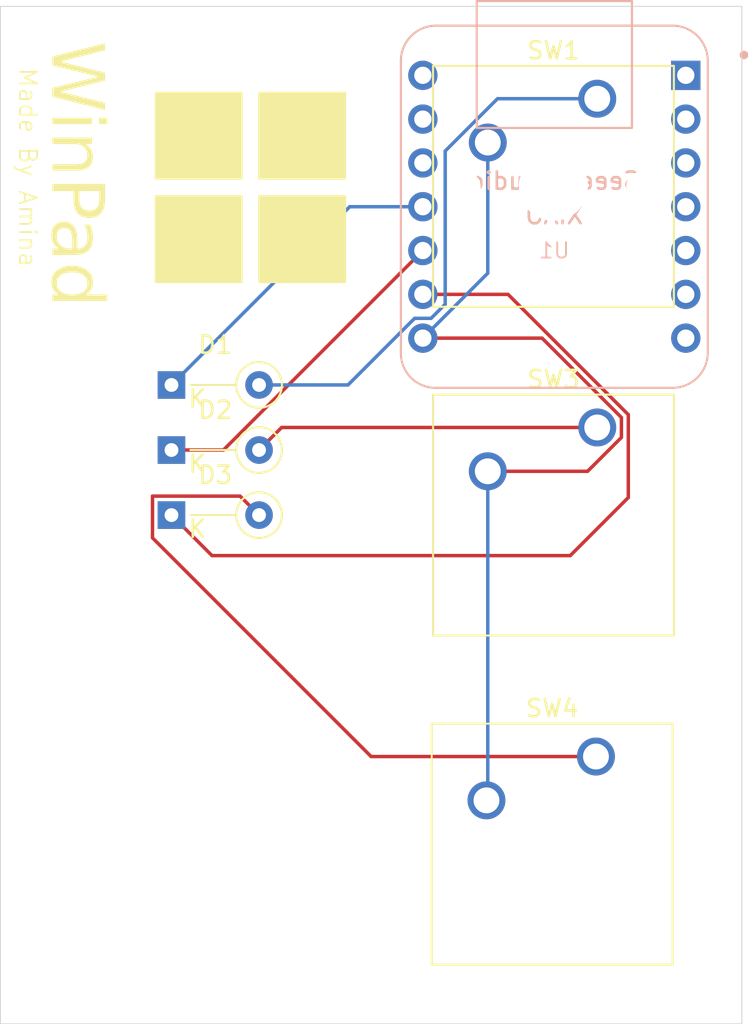
<source format=kicad_pcb>
(kicad_pcb (version 20240108) (generator "pcbnew") (generator_version "8.0")
  (layers (0 "F.Cu" signal) (31 "B.Cu" signal) (34 "B.Paste" user) (35 "F.Paste" user) (36 "B.SilkS" user "B.Silkscreen") (37 "F.SilkS" user "F.Silkscreen") (38 "B.Mask" user) (39 "F.Mask" user) (44 "Edge.Cuts" user))
  (net 0 "")
  (net 1 "Net-(D1-A)")
  (net 2 "GND")
  (net 3 "Net-(U1-PB09_A7_D7_RX)")
  (net 4 "Net-(D2-A)")
  (net 7 "Net-(D3-A)")
  (net 15 "Net-(D2-K)")
  (net 16 "Net-(D1-K)")
  (net 17 "Net-(D3-K)")
  (footprint "Button_Switch_Keyboard:SW_Cherry_MX_1.00u_PCB" (layer "F.Cu") (at 77.04 83)
    (property "Reference" "SW4" (at -2.54 -2.794 0) (layer "F.SilkS"))
    (property "Value" "SW_Push")
    (fp_line (start -9.525 -1.905) (end 4.445 -1.905) (stroke (width 0.12)) (layer "F.SilkS"))
    (fp_line (start -9.525 12.065) (end -9.525 -1.905) (stroke (width 0.12)) (layer "F.SilkS"))
    (fp_line (start 4.445 -1.905) (end 4.445 12.065) (stroke (width 0.12)) (layer "F.SilkS"))
    (fp_line (start 4.445 12.065) (end -9.525 12.065) (stroke (width 0.12)) (layer "F.SilkS"))
    (pad "" np_thru_hole circle (at -7.62 5.08) (size 1.7 1.7) (drill 1.7) (layers "*.Cu" "*.Mask"))
    (pad "" np_thru_hole circle (at -2.54 5.08) (size 4 4) (drill 4) (layers "*.Cu" "*.Mask"))
    (pad "" np_thru_hole circle (at 2.54 5.08) (size 1.7 1.7) (drill 1.7) (layers "*.Cu" "*.Mask"))
    (pad "1" thru_hole circle (at 0 0) (size 2.2 2.2) (drill 1.5) (layers "*.Cu" "*.Mask") (net 7 "Net-(D3-A)"))
    (pad "2" thru_hole circle (at -6.35 2.54) (size 2.2 2.2) (drill 1.5) (layers "*.Cu" "*.Mask") (net 3 "Net-(U1-PB09_A7_D7_RX)"))
  )
  (footprint "Diode_THT:D_DO-35_SOD27_P5.08mm_Vertical_KathodeUp" (layer "F.Cu") (at 52.42 65.227258)
    (property "Reference" "D2" (at 2.54 -2.326371 0) (layer "F.SilkS"))
    (property "Value" "D")
    (fp_line (start 3.753629 0) (end 1.1 0) (stroke (width 0.12)) (layer "F.SilkS"))
    (fp_circle (center 5.08 0) (end 6.406371 0) (stroke (width 0.12)) (fill none) (layer "F.SilkS"))
    (fp_text user "K" (at 1.5 0.8 0) (layer "F.SilkS"))
    (pad "1" thru_hole rect (at 0 0) (size 1.6 1.6) (drill 0.8) (layers "*.Cu" "*.Mask") (net 15 "Net-(D2-K)"))
    (pad "2" thru_hole oval (at 5.08 0) (size 1.6 1.6) (drill 0.8) (layers "*.Cu" "*.Mask") (net 4 "Net-(D2-A)"))
  )
  (footprint "Button_Switch_Keyboard:SW_Cherry_MX_1.00u_PCB" (layer "F.Cu") (at 77.116 44.85747)
    (property "Reference" "SW1" (at -2.54 -2.794 0) (layer "F.SilkS"))
    (property "Value" "SW_Push")
    (fp_line (start -9.525 -1.905) (end 4.445 -1.905) (stroke (width 0.12)) (layer "F.SilkS"))
    (fp_line (start -9.525 12.065) (end -9.525 -1.905) (stroke (width 0.12)) (layer "F.SilkS"))
    (fp_line (start 4.445 -1.905) (end 4.445 12.065) (stroke (width 0.12)) (layer "F.SilkS"))
    (fp_line (start 4.445 12.065) (end -9.525 12.065) (stroke (width 0.12)) (layer "F.SilkS"))
    (pad "" np_thru_hole circle (at -7.62 5.08) (size 1.7 1.7) (drill 1.7) (layers "*.Cu" "*.Mask"))
    (pad "" np_thru_hole circle (at -2.54 5.08) (size 4 4) (drill 4) (layers "*.Cu" "*.Mask"))
    (pad "" np_thru_hole circle (at 2.54 5.08) (size 1.7 1.7) (drill 1.7) (layers "*.Cu" "*.Mask"))
    (pad "1" thru_hole circle (at 0 0) (size 2.2 2.2) (drill 1.5) (layers "*.Cu" "*.Mask") (net 1 "Net-(D1-A)"))
    (pad "2" thru_hole circle (at -6.35 2.54) (size 2.2 2.2) (drill 1.5) (layers "*.Cu" "*.Mask") (net 3 "Net-(U1-PB09_A7_D7_RX)"))
  )
  (footprint "Diode_THT:D_DO-35_SOD27_P5.08mm_Vertical_KathodeUp" (layer "F.Cu") (at 52.42 69)
    (property "Reference" "D3" (at 2.54 -2.326371 0) (layer "F.SilkS"))
    (property "Value" "D")
    (fp_line (start 3.753629 0) (end 1.1 0) (stroke (width 0.12)) (layer "F.SilkS"))
    (fp_circle (center 5.08 0) (end 6.406371 0) (stroke (width 0.12)) (fill none) (layer "F.SilkS"))
    (fp_text user "K" (at 1.5 0.8 0) (layer "F.SilkS"))
    (pad "1" thru_hole rect (at 0 0) (size 1.6 1.6) (drill 0.8) (layers "*.Cu" "*.Mask") (net 17 "Net-(D3-K)"))
    (pad "2" thru_hole oval (at 5.08 0) (size 1.6 1.6) (drill 0.8) (layers "*.Cu" "*.Mask") (net 7 "Net-(D3-A)"))
  )
  (footprint "Diode_THT:D_DO-35_SOD27_P5.08mm_Vertical_KathodeUp" (layer "F.Cu") (at 52.42 61.454516)
    (property "Reference" "D1" (at 2.54 -2.326371 0) (layer "F.SilkS"))
    (property "Value" "D")
    (fp_line (start 3.753629 0) (end 1.1 0) (stroke (width 0.12)) (layer "F.SilkS"))
    (fp_circle (center 5.08 0) (end 6.406371 0) (stroke (width 0.12)) (fill none) (layer "F.SilkS"))
    (fp_text user "K" (at 1.5 0.8 0) (layer "F.SilkS"))
    (pad "1" thru_hole rect (at 0 0) (size 1.6 1.6) (drill 0.8) (layers "*.Cu" "*.Mask") (net 16 "Net-(D1-K)"))
    (pad "2" thru_hole oval (at 5.08 0) (size 1.6 1.6) (drill 0.8) (layers "*.Cu" "*.Mask") (net 1 "Net-(D1-A)"))
  )
  (footprint "Button_Switch_Keyboard:SW_Cherry_MX_1.00u_PCB" (layer "F.Cu") (at 77.116 63.92)
    (property "Reference" "SW3" (at -2.54 -2.794 0) (layer "F.SilkS"))
    (property "Value" "SW_Push")
    (fp_line (start -9.525 -1.905) (end 4.445 -1.905) (stroke (width 0.12)) (layer "F.SilkS"))
    (fp_line (start -9.525 12.065) (end -9.525 -1.905) (stroke (width 0.12)) (layer "F.SilkS"))
    (fp_line (start 4.445 -1.905) (end 4.445 12.065) (stroke (width 0.12)) (layer "F.SilkS"))
    (fp_line (start 4.445 12.065) (end -9.525 12.065) (stroke (width 0.12)) (layer "F.SilkS"))
    (pad "" np_thru_hole circle (at -7.62 5.08) (size 1.7 1.7) (drill 1.7) (layers "*.Cu" "*.Mask"))
    (pad "" np_thru_hole circle (at -2.54 5.08) (size 4 4) (drill 4) (layers "*.Cu" "*.Mask"))
    (pad "" np_thru_hole circle (at 2.54 5.08) (size 1.7 1.7) (drill 1.7) (layers "*.Cu" "*.Mask"))
    (pad "1" thru_hole circle (at 0 0) (size 2.2 2.2) (drill 1.5) (layers "*.Cu" "*.Mask") (net 4 "Net-(D2-A)"))
    (pad "2" thru_hole circle (at -6.35 2.54) (size 2.2 2.2) (drill 1.5) (layers "*.Cu" "*.Mask") (net 3 "Net-(U1-PB09_A7_D7_RX)"))
  )
  (footprint "Seeed Studio XIAO Series Library:XIAO-Generic-Thruhole-14P-2.54-21X17.8MM" (layer "B.Cu") (at 74.625 51.12 180)
    (property "Reference" "U1" (at 0 -2.54 0) (layer "B.SilkS") (effects (font (size 0.889 0.889) (thickness 0.1016)) (justify mirror)))
    (property "Value" "Seeed Studio XIAO SAMD21" (hide yes))
    (fp_line (start 8.9 8.5) (end 8.9 -8.5) (stroke (width 0.127)) (layer "B.SilkS"))
    (fp_line (start 6.9 -10.5) (end -6.9 -10.5) (stroke (width 0.127)) (layer "B.SilkS"))
    (fp_line (start 4.5 11.92403) (end -4.5 11.92403) (stroke (width 0.127)) (layer "B.SilkS"))
    (fp_line (start 4.5 4.57073) (end 4.5 11.92403) (stroke (width 0.127)) (layer "B.SilkS"))
    (fp_line (start -4.5 11.92403) (end -4.5 4.57073) (stroke (width 0.127)) (layer "B.SilkS"))
    (fp_line (start -4.5 4.57073) (end 4.5 4.57073) (stroke (width 0.127)) (layer "B.SilkS"))
    (fp_line (start -6.9 10.49909) (end 6.9 10.49909) (stroke (width 0.127)) (layer "B.SilkS"))
    (fp_line (start -8.9 -8.5) (end -8.9 8.5) (stroke (width 0.127)) (layer "B.SilkS"))
    (fp_arc (start 8.9 8.5) (mid 8.301492 9.901492) (end 6.9 10.5) (stroke (width 0.12)) (layer "B.SilkS"))
    (fp_arc (start 6.9 -10.5) (mid 8.314214 -9.914214) (end 8.9 -8.5) (stroke (width 0.12)) (layer "B.SilkS"))
    (fp_arc (start -6.9 10.5) (mid -8.301491 9.901491) (end -8.9 8.5) (stroke (width 0.12)) (layer "B.SilkS"))
    (fp_arc (start -8.9 -8.5) (mid -8.301423 -9.901423) (end -6.9 -10.5) (stroke (width 0.12)) (layer "B.SilkS"))
    (fp_circle (center -11 8.8) (end -11 9.054) (fill solid) (layer "B.SilkS"))
    (fp_poly (pts (xy -8.887715 8.561705) (xy -8.884667 8.610473) (xy -8.880603 8.659494)) (stroke (width 0.0254)) (fill none) (layer "B.SilkS"))
    (fp_poly (pts (xy 8.889492 -8.521574) (xy 8.887713 -8.57085) (xy 8.884665 -8.619618) (xy 8.880601 -8.668639) (xy 8.875268 -8.717407) (xy 8.868664 -8.766175) (xy 8.861044 -8.81469) (xy 8.852153 -8.86295) (xy 8.842248 -8.910955)) (stroke (width 0.0254)) (fill none) (layer "B.SilkS"))
    (fp_text user "XIAO" (at 0 -0.5 0) (layer "B.SilkS") (effects (justify mirror)))
    (fp_text user "Seeed Studio" (at 0 1.5 0) (layer "B.SilkS") (effects (justify mirror)))
    (pad "1" thru_hole rect (at -7.625 7.62 180) (size 1.7 1.7) (drill 1) (layers "*.Cu" "*.Mask"))
    (pad "2" thru_hole circle (at -7.625 5.08 180) (size 1.7 1.7) (drill 1) (layers "*.Cu" "*.Mask"))
    (pad "3" thru_hole circle (at -7.625 2.54 180) (size 1.7 1.7) (drill 1) (layers "*.Cu" "*.Mask"))
    (pad "4" thru_hole circle (at -7.625 0 180) (size 1.7 1.7) (drill 1) (layers "*.Cu" "*.Mask"))
    (pad "5" thru_hole circle (at -7.625 -2.54 180) (size 1.7 1.7) (drill 1) (layers "*.Cu" "*.Mask"))
    (pad "6" thru_hole circle (at -7.625 -5.08) (size 1.7 1.7) (drill 1) (layers "*.Cu" "*.Mask"))
    (pad "7" thru_hole circle (at -7.625 -7.62 180) (size 1.7 1.7) (drill 1) (layers "*.Cu" "*.Mask"))
    (pad "8" thru_hole circle (at 7.625 -7.62 180) (size 1.7 1.7) (drill 1) (layers "*.Cu" "*.Mask") (net 3 "Net-(U1-PB09_A7_D7_RX)"))
    (pad "9" thru_hole circle (at 7.625 -5.08 180) (size 1.7 1.7) (drill 1) (layers "*.Cu" "*.Mask") (net 17 "Net-(D3-K)"))
    (pad "10" thru_hole circle (at 7.625 -2.54 180) (size 1.7 1.7) (drill 1) (layers "*.Cu" "*.Mask") (net 15 "Net-(D2-K)"))
    (pad "11" thru_hole circle (at 7.625 0 180) (size 1.7 1.7) (drill 1) (layers "*.Cu" "*.Mask") (net 16 "Net-(D1-K)"))
    (pad "12" thru_hole circle (at 7.625 2.54 180) (size 1.7 1.7) (drill 1) (layers "*.Cu" "*.Mask"))
    (pad "13" thru_hole circle (at 7.625 5.08 180) (size 1.7 1.7) (drill 1) (layers "*.Cu" "*.Mask") (net 2 "GND"))
    (pad "14" thru_hole circle (at 7.625 7.62 180) (size 1.7 1.7) (drill 1) (layers "*.Cu" "*.Mask"))
  )
  (gr_rect (start 51.5 44.5) (end 56.5 49.5) (stroke (width 0.1)) (fill solid) (layer "F.SilkS"))
  (gr_rect (start 57.5 50.5) (end 62.5 55.5) (stroke (width 0.1)) (fill solid) (layer "F.SilkS"))
  (gr_rect (start 51.5 50.5) (end 56.5 55.5) (stroke (width 0.1)) (fill solid) (layer "F.SilkS"))
  (gr_rect (start 57.5 44.5) (end 62.5 49.5) (stroke (width 0.1)) (fill solid) (layer "F.SilkS"))
  (gr_rect (start 42.5 39.5) (end 85.5 98.5) (stroke (width 0.05)) (fill none) (layer "Edge.Cuts"))
  (gr_text "Made By Amina" (at 43.5 43 270) (layer "F.SilkS") (effects (font (size 1 1) (thickness 0.1)) (justify left bottom)))
  (gr_text "WinPad" (at 45 41.5 -90) (layer "F.SilkS") (effects (font (size 3 3) (thickness 0.1)) (justify left bottom)))
  (segment (start 71.326101 44.85747) (end 77.116 44.85747) (width 0.2) (layer "B.Cu") (net 1))
  (segment (start 67.476346 57.59) (end 68.296 56.770346) (width 0.2) (layer "B.Cu") (net 1))
  (segment (start 62.659138 61.454516) (end 66.523654 57.59) (width 0.2) (layer "B.Cu") (net 1))
  (segment (start 66.523654 57.59) (end 67.476346 57.59) (width 0.2) (layer "B.Cu") (net 1))
  (segment (start 68.296 56.770346) (end 68.296 47.887571) (width 0.2) (layer "B.Cu") (net 1))
  (segment (start 57.5 61.454516) (end 62.659138 61.454516) (width 0.2) (layer "B.Cu") (net 1))
  (segment (start 68.296 47.887571) (end 71.326101 44.85747) (width 0.2) (layer "B.Cu") (net 1))
  (segment (start 67 46.04) (end 67.54 46.04) (width 0.2) (layer "B.Cu") (net 2))
  (segment (start 78.516 63.340101) (end 78.516 64.499899) (width 0.2) (layer "F.Cu") (net 3))
  (segment (start 78.516 64.499899) (end 76.555899 66.46) (width 0.2) (layer "F.Cu") (net 3))
  (segment (start 73.915899 58.74) (end 78.516 63.340101) (width 0.2) (layer "F.Cu") (net 3))
  (segment (start 76.555899 66.46) (end 70.766 66.46) (width 0.2) (layer "F.Cu") (net 3))
  (segment (start 67 58.74) (end 73.915899 58.74) (width 0.2) (layer "F.Cu") (net 3))
  (segment (start 70.766 54.974) (end 67 58.74) (width 0.2) (layer "B.Cu") (net 3))
  (segment (start 70.766 47.39747) (end 70.766 54.974) (width 0.2) (layer "B.Cu") (net 3))
  (segment (start 70.69 85.54) (end 70.766 85.464) (width 0.2) (layer "B.Cu") (net 3))
  (segment (start 70.766 85.464) (end 70.766 66.46) (width 0.2) (layer "B.Cu") (net 3))
  (segment (start 58.807258 63.92) (end 57.5 65.227258) (width 0.2) (layer "F.Cu") (net 4))
  (segment (start 77.116 63.92) (end 58.807258 63.92) (width 0.2) (layer "F.Cu") (net 4))
  (segment (start 51.32 70.32) (end 64 83) (width 0.2) (layer "F.Cu") (net 7))
  (segment (start 64 83) (end 77.04 83) (width 0.2) (layer "F.Cu") (net 7))
  (segment (start 51.32 67.9) (end 51.32 70.32) (width 0.2) (layer "F.Cu") (net 7))
  (segment (start 57.5 69) (end 56.4 67.9) (width 0.2) (layer "F.Cu") (net 7))
  (segment (start 56.4 67.9) (end 51.32 67.9) (width 0.2) (layer "F.Cu") (net 7))
  (segment (start 67 53.66) (end 55.432742 65.227258) (width 0.2) (layer "F.Cu") (net 15))
  (segment (start 55.432742 65.227258) (end 52.42 65.227258) (width 0.2) (layer "F.Cu") (net 15))
  (segment (start 67 53.804) (end 67 53.66) (width 0.2) (layer "B.Cu") (net 15))
  (segment (start 52.42 61.454516) (end 62.754516 51.12) (width 0.2) (layer "B.Cu") (net 16))
  (segment (start 62.754516 51.12) (end 67 51.12) (width 0.2) (layer "B.Cu") (net 16))
  (segment (start 67 56.2) (end 71.941585 56.2) (width 0.2) (layer "F.Cu") (net 17))
  (segment (start 78.916 67.983402) (end 75.549402 71.35) (width 0.2) (layer "F.Cu") (net 17))
  (segment (start 75.549402 71.35) (end 54.77 71.35) (width 0.2) (layer "F.Cu") (net 17))
  (segment (start 71.941585 56.2) (end 78.916 63.174415) (width 0.2) (layer "F.Cu") (net 17))
  (segment (start 78.916 63.174415) (end 78.916 67.983402) (width 0.2) (layer "F.Cu") (net 17))
  (segment (start 54.77 71.35) (end 52.42 69) (width 0.2) (layer "F.Cu") (net 17))
)
</source>
